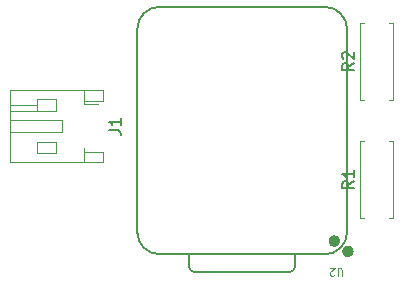
<source format=gbr>
%TF.GenerationSoftware,KiCad,Pcbnew,9.0.4*%
%TF.CreationDate,2025-08-19T16:45:46+02:00*%
%TF.ProjectId,XIAOC6_Occupancy_Battery,5849414f-4336-45f4-9f63-637570616e63,rev?*%
%TF.SameCoordinates,Original*%
%TF.FileFunction,Legend,Top*%
%TF.FilePolarity,Positive*%
%FSLAX46Y46*%
G04 Gerber Fmt 4.6, Leading zero omitted, Abs format (unit mm)*
G04 Created by KiCad (PCBNEW 9.0.4) date 2025-08-19 16:45:46*
%MOMM*%
%LPD*%
G01*
G04 APERTURE LIST*
%ADD10C,0.150000*%
%ADD11C,0.101600*%
%ADD12C,0.120000*%
%ADD13C,0.127000*%
%ADD14C,0.100000*%
%ADD15C,0.504000*%
G04 APERTURE END LIST*
D10*
X97854819Y-52333333D02*
X98569104Y-52333333D01*
X98569104Y-52333333D02*
X98711961Y-52380952D01*
X98711961Y-52380952D02*
X98807200Y-52476190D01*
X98807200Y-52476190D02*
X98854819Y-52619047D01*
X98854819Y-52619047D02*
X98854819Y-52714285D01*
X98854819Y-51333333D02*
X98854819Y-51904761D01*
X98854819Y-51619047D02*
X97854819Y-51619047D01*
X97854819Y-51619047D02*
X97997676Y-51714285D01*
X97997676Y-51714285D02*
X98092914Y-51809523D01*
X98092914Y-51809523D02*
X98140533Y-51904761D01*
D11*
X117558809Y-64646520D02*
X117558809Y-64132473D01*
X117558809Y-64132473D02*
X117528571Y-64071997D01*
X117528571Y-64071997D02*
X117498333Y-64041759D01*
X117498333Y-64041759D02*
X117437857Y-64011520D01*
X117437857Y-64011520D02*
X117316904Y-64011520D01*
X117316904Y-64011520D02*
X117256428Y-64041759D01*
X117256428Y-64041759D02*
X117226190Y-64071997D01*
X117226190Y-64071997D02*
X117195952Y-64132473D01*
X117195952Y-64132473D02*
X117195952Y-64646520D01*
X116923809Y-64586044D02*
X116893571Y-64616282D01*
X116893571Y-64616282D02*
X116833095Y-64646520D01*
X116833095Y-64646520D02*
X116681904Y-64646520D01*
X116681904Y-64646520D02*
X116621428Y-64616282D01*
X116621428Y-64616282D02*
X116591190Y-64586044D01*
X116591190Y-64586044D02*
X116560952Y-64525568D01*
X116560952Y-64525568D02*
X116560952Y-64465092D01*
X116560952Y-64465092D02*
X116591190Y-64374378D01*
X116591190Y-64374378D02*
X116954047Y-64011520D01*
X116954047Y-64011520D02*
X116560952Y-64011520D01*
D10*
X118584819Y-56666666D02*
X118108628Y-56999999D01*
X118584819Y-57238094D02*
X117584819Y-57238094D01*
X117584819Y-57238094D02*
X117584819Y-56857142D01*
X117584819Y-56857142D02*
X117632438Y-56761904D01*
X117632438Y-56761904D02*
X117680057Y-56714285D01*
X117680057Y-56714285D02*
X117775295Y-56666666D01*
X117775295Y-56666666D02*
X117918152Y-56666666D01*
X117918152Y-56666666D02*
X118013390Y-56714285D01*
X118013390Y-56714285D02*
X118061009Y-56761904D01*
X118061009Y-56761904D02*
X118108628Y-56857142D01*
X118108628Y-56857142D02*
X118108628Y-57238094D01*
X118584819Y-55714285D02*
X118584819Y-56285713D01*
X118584819Y-55999999D02*
X117584819Y-55999999D01*
X117584819Y-55999999D02*
X117727676Y-56095237D01*
X117727676Y-56095237D02*
X117822914Y-56190475D01*
X117822914Y-56190475D02*
X117870533Y-56285713D01*
X118584819Y-46666666D02*
X118108628Y-46999999D01*
X118584819Y-47238094D02*
X117584819Y-47238094D01*
X117584819Y-47238094D02*
X117584819Y-46857142D01*
X117584819Y-46857142D02*
X117632438Y-46761904D01*
X117632438Y-46761904D02*
X117680057Y-46714285D01*
X117680057Y-46714285D02*
X117775295Y-46666666D01*
X117775295Y-46666666D02*
X117918152Y-46666666D01*
X117918152Y-46666666D02*
X118013390Y-46714285D01*
X118013390Y-46714285D02*
X118061009Y-46761904D01*
X118061009Y-46761904D02*
X118108628Y-46857142D01*
X118108628Y-46857142D02*
X118108628Y-47238094D01*
X117680057Y-46285713D02*
X117632438Y-46238094D01*
X117632438Y-46238094D02*
X117584819Y-46142856D01*
X117584819Y-46142856D02*
X117584819Y-45904761D01*
X117584819Y-45904761D02*
X117632438Y-45809523D01*
X117632438Y-45809523D02*
X117680057Y-45761904D01*
X117680057Y-45761904D02*
X117775295Y-45714285D01*
X117775295Y-45714285D02*
X117870533Y-45714285D01*
X117870533Y-45714285D02*
X118013390Y-45761904D01*
X118013390Y-45761904D02*
X118584819Y-46333332D01*
X118584819Y-46333332D02*
X118584819Y-45714285D01*
D12*
%TO.C,J1*%
X97310000Y-48940000D02*
X89490000Y-48940000D01*
X95710000Y-48940000D02*
X95710000Y-49860000D01*
X89490000Y-48940000D02*
X89490000Y-55060000D01*
X93350000Y-49700000D02*
X91750000Y-49700000D01*
X91750000Y-49700000D02*
X91750000Y-50700000D01*
X97310000Y-49860000D02*
X97310000Y-48940000D01*
X95710000Y-49860000D02*
X97310000Y-49860000D01*
X95710000Y-50140000D02*
X95710000Y-49860000D01*
X95710000Y-50140000D02*
X96925000Y-50140000D01*
X91750000Y-50200000D02*
X89490000Y-50200000D01*
X93350000Y-50700000D02*
X93350000Y-49700000D01*
X91750000Y-50700000D02*
X93350000Y-50700000D01*
X91750000Y-50700000D02*
X89490000Y-50700000D01*
X93850000Y-51500000D02*
X93850000Y-52500000D01*
X89490000Y-51500000D02*
X93850000Y-51500000D01*
X93850000Y-52500000D02*
X89490000Y-52500000D01*
X93350000Y-53300000D02*
X93350000Y-54300000D01*
X91750000Y-53300000D02*
X93350000Y-53300000D01*
X97310000Y-54140000D02*
X95710000Y-54140000D01*
X95710000Y-54140000D02*
X95710000Y-53860000D01*
X93350000Y-54300000D02*
X91750000Y-54300000D01*
X91750000Y-54300000D02*
X91750000Y-53300000D01*
X97310000Y-55060000D02*
X97310000Y-54140000D01*
X95710000Y-55060000D02*
X95710000Y-54140000D01*
X89490000Y-55060000D02*
X97310000Y-55060000D01*
D13*
%TO.C,U2*%
X100230000Y-43791000D02*
X100230000Y-60936000D01*
D14*
X102135000Y-62841000D02*
X116105000Y-62841000D01*
D13*
X102135000Y-62841000D02*
X116105000Y-62841000D01*
X104616000Y-63851000D02*
X104616000Y-62841000D01*
X113111272Y-64351000D02*
X105116000Y-64351000D01*
X113615000Y-62841000D02*
X113611272Y-63851272D01*
X116105000Y-41886000D02*
X102135000Y-41886000D01*
X118010000Y-43791000D02*
X118010000Y-60936000D01*
X100230000Y-43791000D02*
G75*
G02*
X102135000Y-41886000I1905000J0D01*
G01*
X102135000Y-62841000D02*
G75*
G02*
X100230000Y-60936000I0J1905000D01*
G01*
X105116000Y-64351000D02*
G75*
G02*
X104616000Y-63851000I0J500000D01*
G01*
X113611272Y-63851272D02*
G75*
G02*
X113111272Y-64350999I-500018J291D01*
G01*
X116105000Y-41886000D02*
G75*
G02*
X118010000Y-43791000I-1J-1905001D01*
G01*
X118010000Y-60936000D02*
G75*
G02*
X116105000Y-62841000I-1905001J1D01*
G01*
D15*
X117179000Y-61720000D02*
G75*
G02*
X116675000Y-61720000I-252000J0D01*
G01*
X116675000Y-61720000D02*
G75*
G02*
X117179000Y-61720000I252000J0D01*
G01*
X118322000Y-62600000D02*
G75*
G02*
X117818000Y-62600000I-252000J0D01*
G01*
X117818000Y-62600000D02*
G75*
G02*
X118322000Y-62600000I252000J0D01*
G01*
D12*
%TO.C,R1*%
X119130000Y-53230000D02*
X119460000Y-53230000D01*
X119130000Y-59770000D02*
X119130000Y-53230000D01*
X119460000Y-59770000D02*
X119130000Y-59770000D01*
X121540000Y-59770000D02*
X121870000Y-59770000D01*
X121870000Y-53230000D02*
X121540000Y-53230000D01*
X121870000Y-59770000D02*
X121870000Y-53230000D01*
%TO.C,R2*%
X119130000Y-43230000D02*
X119460000Y-43230000D01*
X119130000Y-49770000D02*
X119130000Y-43230000D01*
X119460000Y-49770000D02*
X119130000Y-49770000D01*
X121540000Y-49770000D02*
X121870000Y-49770000D01*
X121870000Y-43230000D02*
X121540000Y-43230000D01*
X121870000Y-49770000D02*
X121870000Y-43230000D01*
%TD*%
M02*

</source>
